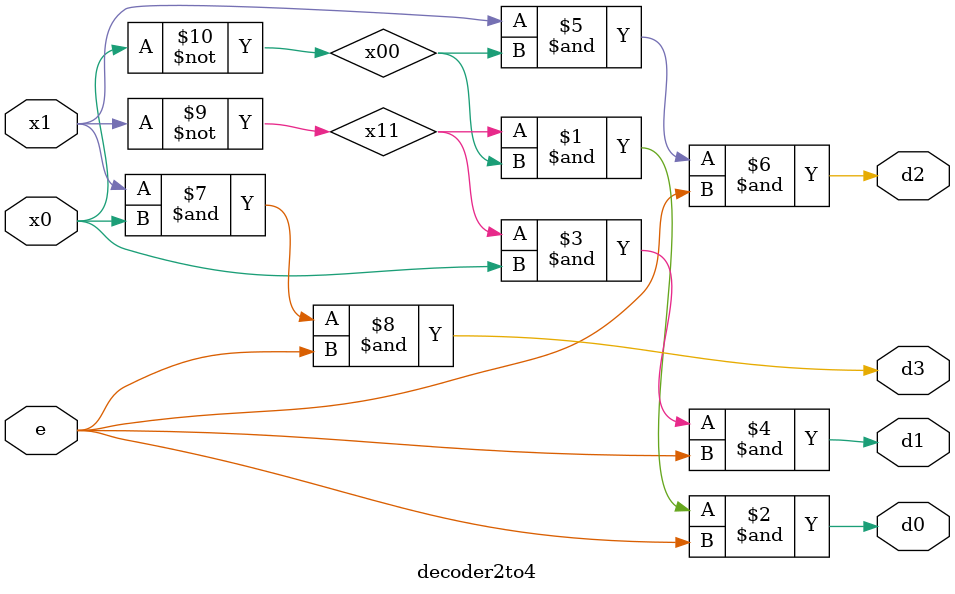
<source format=v>
`timescale 1ns / 1ps


module decoder2to4(
    input x1,
    input x0,
    input e,
    output wire d0, d1, d2, d3
    );
    
    wire x11, x00;
    not 
        inv1 (x11, x1),
        inv2 (x00, x0);
    and
        and1 (d0, x11, x00, e),
        and2 (d1, x11, x0, e),
        and3 (d2, x1, x00, e),
        and4 (d3, x1, x0, e);
    
endmodule

</source>
